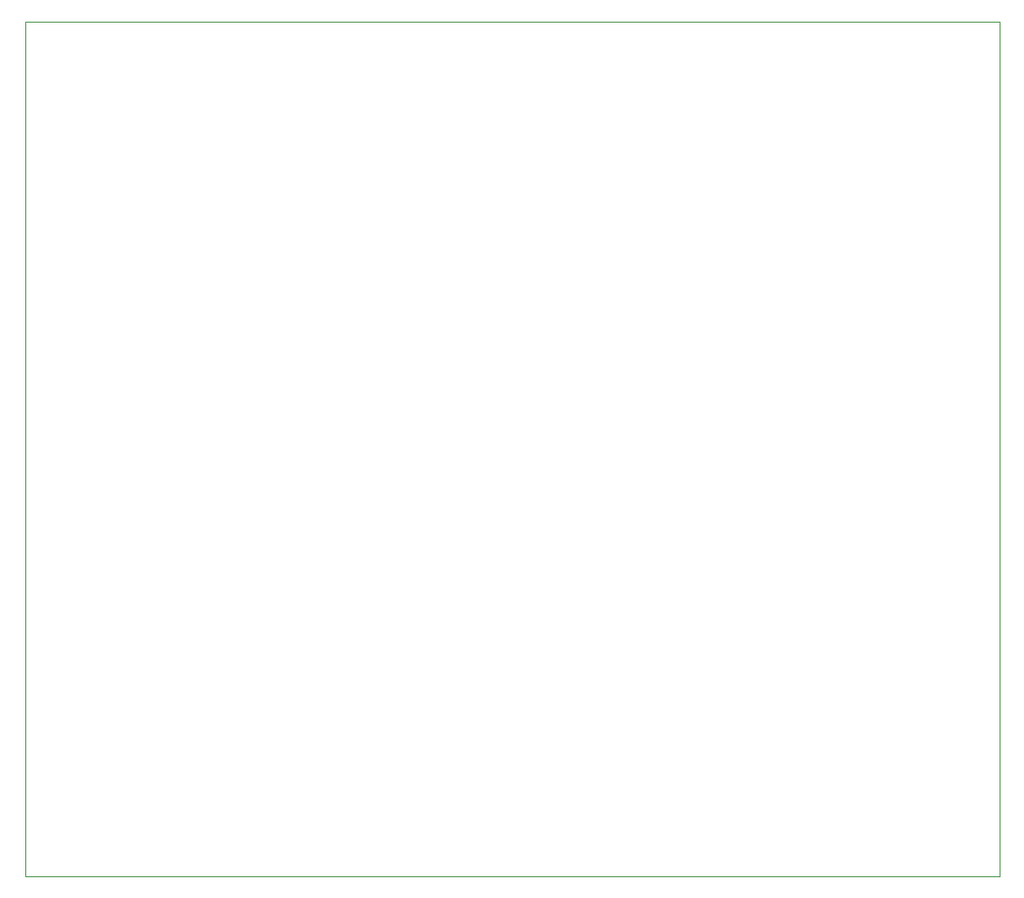
<source format=gbr>
%TF.GenerationSoftware,KiCad,Pcbnew,7.0.7*%
%TF.CreationDate,2023-09-18T17:08:08+02:00*%
%TF.ProjectId,mod_TS520,6d6f645f-5453-4353-9230-2e6b69636164,rev?*%
%TF.SameCoordinates,Original*%
%TF.FileFunction,Profile,NP*%
%FSLAX46Y46*%
G04 Gerber Fmt 4.6, Leading zero omitted, Abs format (unit mm)*
G04 Created by KiCad (PCBNEW 7.0.7) date 2023-09-18 17:08:08*
%MOMM*%
%LPD*%
G01*
G04 APERTURE LIST*
%TA.AperFunction,Profile*%
%ADD10C,0.100000*%
%TD*%
G04 APERTURE END LIST*
D10*
X139700000Y-39370000D02*
X230886000Y-39370000D01*
X230886000Y-39370000D02*
X230886000Y-119380000D01*
X139700000Y-119380000D02*
X139700000Y-39370000D01*
X230886000Y-119380000D02*
X139700000Y-119380000D01*
M02*

</source>
